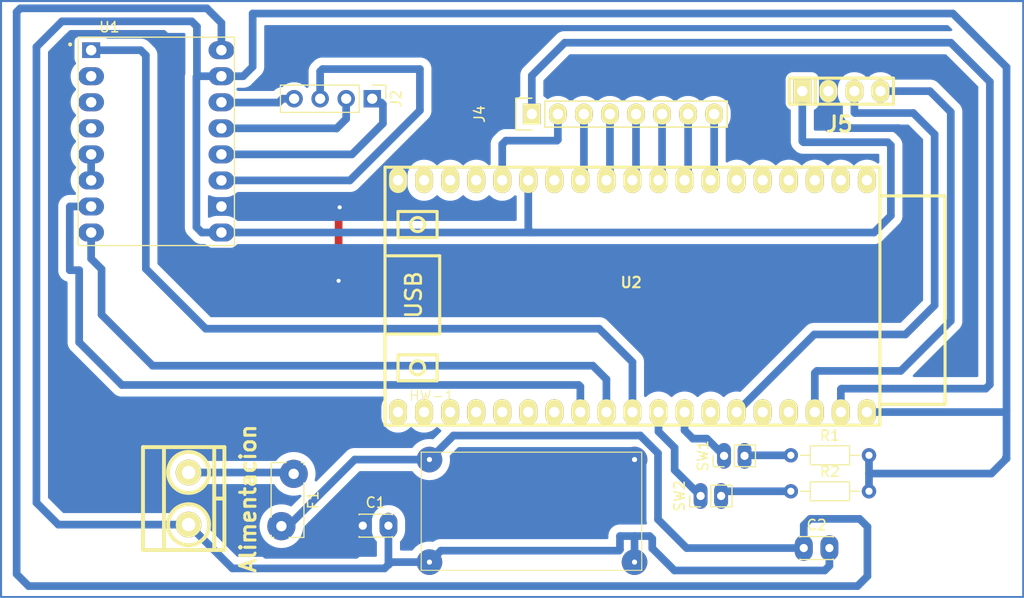
<source format=kicad_pcb>
(kicad_pcb (version 20221018) (generator pcbnew)
  (layers (0 "F.Cu" signal) (31 "B.Cu" signal) (34 "B.Paste" user) (35 "F.Paste" user) (36 "B.SilkS" user "B.Silkscreen") (37 "F.SilkS" user "F.Silkscreen") (38 "B.Mask" user) (39 "F.Mask" user) (44 "Edge.Cuts" user))
  (net 0 "")
  (net 1 "+12V")
  (net 2 "GND")
  (net 3 "+5V")
  (net 4 "Net-(J1-Pin_2)")
  (net 5 "/1F")
  (net 6 "/2F")
  (net 7 "/3F")
  (net 8 "/4F")
  (net 9 "/5F")
  (net 10 "/6F")
  (net 11 "/7F")
  (net 12 "/8F")
  (net 13 "/sda")
  (net 14 "/scl")
  (net 15 "/IO18")
  (net 16 "/IO19")
  (net 17 "/ENABLE")
  (net 18 "Net-(U1-~{RESET})")
  (net 19 "/STEP")
  (net 20 "/DIR")
  (net 21 "/OUT2")
  (net 22 "/OUT1")
  (net 23 "/OUT3")
  (net 24 "/OUT4")
  (net 44 "Net-(R1-Pad1)")
  (net 45 "Net-(R2-Pad1)")
  (net 46 "unconnected-(U2-3V3-Pad1)")
  (footprint "EESTN5:BORNERA2_AZUL" (layer "F.Cu") (at 130.7084 106.172 90)
    (fp_text reference "J1" hide)
    (fp_text value "Alimentacion" (at 0 5.8 90) (layer "F.SilkS") (effects (font (size 1.5 1.5) (thickness 0.3))))
    (fp_line (start -5.0165 -4.445) (end -5.0165 3.4925) (stroke (width 0.381)) (layer "F.SilkS"))
    (fp_line (start -5 -2.4) (end 5 -2.4) (stroke (width 0.381)) (layer "F.SilkS"))
    (fp_line (start -5 2.5) (end 5 2.5) (stroke (width 0.381)) (layer "F.SilkS"))
    (fp_line (start -4.9835 3.4925) (end 5.0165 3.4925) (stroke (width 0.381)) (layer "F.SilkS"))
    (fp_line (start 0 2.54) (end 0 3.4845) (stroke (width 0.381)) (layer "F.SilkS"))
    (fp_line (start 5.0165 -4.445) (end -4.9835 -4.445) (stroke (width 0.381)) (layer "F.SilkS"))
    (fp_line (start 5.0165 3.4925) (end 5.0165 -4.445) (stroke (width 0.381)) (layer "F.SilkS"))
    (fp_circle (center -2.55 0) (end -0.55 0) (stroke (width 0.381)) (fill none) (layer "F.SilkS"))
    (fp_circle (center 2.55 0) (end 0.55 0) (stroke (width 0.381)) (fill none) (layer "F.SilkS"))
    (pad "1" thru_hole circle (at -2.54 0 90) (size 2.5 2.5) (drill 1.3) (layers "*.Cu" "*.Mask" "F.SilkS") (net 2 "GND"))
    (pad "2" thru_hole circle (at 2.54 0 90) (size 2.5 2.5) (drill 1.3) (layers "*.Cu" "*.Mask" "F.SilkS") (net 4 "Net-(J1-Pin_2)"))
  )
  (footprint "EESTN5:pin_strip_4" (layer "F.Cu") (at 194.3608 66.4464)
    (fp_text reference "J5" (at -0.2032 3.2258) (layer "F.SilkS") (effects (font (size 1.5 1.5) (thickness 0.3))))
    (fp_text value "Display" hide)
    (fp_line (start -5.08 -1.27) (end 5.08 -1.27) (stroke (width 0.3048)) (layer "F.SilkS"))
    (fp_line (start -5.08 1.27) (end -5.08 -1.27) (stroke (width 0.3048)) (layer "F.SilkS"))
    (fp_line (start -2.54 -1.27) (end -2.54 1.27) (stroke (width 0.3048)) (layer "F.SilkS"))
    (fp_line (start 5.08 -1.27) (end 5.08 1.27) (stroke (width 0.3048)) (layer "F.SilkS"))
    (fp_line (start 5.08 1.27) (end -5.08 1.27) (stroke (width 0.3048)) (layer "F.SilkS"))
    (pad "1" thru_hole rect (at -3.81 0) (size 1.75 2.2) (drill 1.00076) (layers "*.Cu" "*.Mask" "F.SilkS") (net 2 "GND"))
    (pad "2" thru_hole oval (at -1.27 0) (size 1.75 2.2) (drill 1.00076) (layers "*.Cu" "*.Mask" "F.SilkS") (net 3 "+5V"))
    (pad "3" thru_hole oval (at 1.27 0) (size 1.75 2.2) (drill 1.00076) (layers "*.Cu" "*.Mask" "F.SilkS") (net 13 "/sda"))
    (pad "4" thru_hole oval (at 3.81 0) (size 1.75 2.2) (drill 1.00076) (layers "*.Cu" "*.Mask" "F.SilkS") (net 14 "/scl"))
  )
  (footprint "EESTN5:Pin_Header_Straight_1x08" (layer "F.Cu") (at 164.1756 68.6816 90)
    (fp_text reference "J4" (at 0 -5.1 90) (layer "F.SilkS"))
    (fp_text value "Teclado")
    (fp_line (start -1.55 -1.55) (end 1.55 -1.55) (stroke (width 0.15)) (layer "F.SilkS"))
    (fp_line (start -1.55 0) (end -1.55 -1.55) (stroke (width 0.15)) (layer "F.SilkS"))
    (fp_line (start -1.27 19.05) (end -1.27 1.27) (stroke (width 0.15)) (layer "F.SilkS"))
    (fp_line (start 1.27 1.27) (end -1.27 1.27) (stroke (width 0.15)) (layer "F.SilkS"))
    (fp_line (start 1.27 1.27) (end 1.27 19.05) (stroke (width 0.15)) (layer "F.SilkS"))
    (fp_line (start 1.27 19.05) (end -1.27 19.05) (stroke (width 0.15)) (layer "F.SilkS"))
    (fp_line (start 1.55 -1.55) (end 1.55 0) (stroke (width 0.15)) (layer "F.SilkS"))
    (pad "1" thru_hole rect (at 0 0 90) (size 2.032 1.7272) (drill 1.016) (layers "*.Cu" "*.Mask" "F.SilkS") (net 5 "/1F"))
    (pad "2" thru_hole oval (at 0 2.54 90) (size 2.032 1.7272) (drill 1.016) (layers "*.Cu" "*.Mask" "F.SilkS") (net 6 "/2F"))
    (pad "3" thru_hole oval (at 0 5.08 90) (size 2.032 1.7272) (drill 1.016) (layers "*.Cu" "*.Mask" "F.SilkS") (net 7 "/3F"))
    (pad "4" thru_hole oval (at 0 7.62 90) (size 2.032 1.7272) (drill 1.016) (layers "*.Cu" "*.Mask" "F.SilkS") (net 8 "/4F"))
    (pad "5" thru_hole oval (at 0 10.16 90) (size 2.032 1.7272) (drill 1.016) (layers "*.Cu" "*.Mask" "F.SilkS") (net 9 "/5F"))
    (pad "6" thru_hole oval (at 0 12.7 90) (size 2.032 1.7272) (drill 1.016) (layers "*.Cu" "*.Mask" "F.SilkS") (net 10 "/6F"))
    (pad "7" thru_hole oval (at 0 15.24 90) (size 2.032 1.7272) (drill 1.016) (layers "*.Cu" "*.Mask" "F.SilkS") (net 11 "/7F"))
    (pad "8" thru_hole oval (at 0 17.78 90) (size 2.032 1.7272) (drill 1.016) (layers "*.Cu" "*.Mask" "F.SilkS") (net 12 "/8F"))
  )
  (footprint "Capacitor_THT:C_Disc_D3.0mm_W2.0mm_P2.50mm" (layer "F.Cu") (at 190.6924 110.998)
    (fp_text reference "C2" (at 1.25 -2.25) (layer "F.SilkS"))
    (fp_text value "100uF")
    (fp_line (start -0.37 -1.12) (end -0.37 -1.055) (stroke (width 0.12)) (layer "F.SilkS"))
    (fp_line (start -0.37 -1.12) (end 2.87 -1.12) (stroke (width 0.12)) (layer "F.SilkS"))
    (fp_line (start -0.37 1.055) (end -0.37 1.12) (stroke (width 0.12)) (layer "F.SilkS"))
    (fp_line (start -0.37 1.12) (end 2.87 1.12) (stroke (width 0.12)) (layer "F.SilkS"))
    (fp_line (start 2.87 -1.12) (end 2.87 -1.055) (stroke (width 0.12)) (layer "F.SilkS"))
    (fp_line (start 2.87 1.055) (end 2.87 1.12) (stroke (width 0.12)) (layer "F.SilkS"))
    (pad "1" thru_hole oval (at 0 0 90) (size 2.5 1.75) (drill 0.8) (layers "*.Cu" "*.Mask") (net 1 "+12V"))
    (pad "2" thru_hole oval (at 2.5 0 90) (size 2.5 1.75) (drill 0.8) (layers "*.Cu" "*.Mask") (net 2 "GND"))
  )
  (footprint "A4988_STEPPER_MOTOR_DRIVER_CARRIER:stepdown" (layer "F.Cu") (at 153.3932 96.5696)
    (fp_text reference "HW-1" (at 1.004 -0.412 unlocked) (layer "F.SilkS") (effects (font (thickness 0.1))))
    (fp_text value "~")
    (fp_line (start 0 5.08) (end 0 16.6) (stroke (width 0.1)) (layer "F.SilkS"))
    (fp_line (start 0 5.08) (end 21.5 5.08) (stroke (width 0.1)) (layer "F.SilkS"))
    (fp_line (start 0 16.6) (end 21.5 16.6) (stroke (width 0.1)) (layer "F.SilkS"))
    (fp_line (start 21.5 5.08) (end 21.5 16.6) (stroke (width 0.1)) (layer "F.SilkS"))
    (pad "1" thru_hole oval (at 0.8 5.8 90) (size 2.5 2.5) (drill 0.5) (layers "*.Cu" "*.Mask") (net 1 "+12V"))
    (pad "2" thru_hole circle (at 0.8 15.8) (size 2.5 2.5) (drill 0.5) (layers "*.Cu" "*.Mask") (net 2 "GND"))
    (pad "3" thru_hole circle (at 20.8 5.8) (size 2.5 2.5) (drill 0.5) (layers "*.Cu" "*.Mask") (net 3 "+5V"))
    (pad "4" thru_hole circle (at 20.8 15.8) (size 2.5 2.5) (drill 0.5) (layers "*.Cu" "*.Mask") (net 2 "GND"))
  )
  (footprint "A4988_STEPPER_MOTOR_DRIVER_CARRIER:MODULE_A4988_STEPPER_MOTOR_DRIVER_CARRIER" (layer "F.Cu") (at 127.5588 71.340876)
    (fp_text reference "U1" (at -4.575 -11.135) (layer "F.SilkS"))
    (fp_text value "A4988_STEPPER_MOTOR_DRIVER_CARRIER")
    (fp_line (start -7.62 -10.16) (end 7.62 -10.16) (stroke (width 0.127)) (layer "F.SilkS"))
    (fp_line (start -7.62 10.16) (end -7.62 -10.16) (stroke (width 0.127)) (layer "F.SilkS"))
    (fp_line (start 7.62 -10.16) (end 7.62 10.16) (stroke (width 0.127)) (layer "F.SilkS"))
    (fp_line (start 7.62 10.16) (end -7.62 10.16) (stroke (width 0.127)) (layer "F.SilkS"))
    (fp_circle (center -8.4 -9.45) (end -8.3 -9.45) (stroke (width 0.2)) (fill none) (layer "F.SilkS"))
    (pad "1" thru_hole rect (at -6.35 -8.89) (size 1.75 1.53) (drill 1.02) (layers "*.Cu" "*.Mask") (net 17 "/ENABLE"))
    (pad "2" thru_hole oval (at -6.35 -6.35) (size 2.5 1.75) (drill 1.02) (layers "*.Cu" "*.Mask"))
    (pad "3" thru_hole oval (at -6.35 -3.81) (size 2.5 1.75) (drill 1.02) (layers "*.Cu" "*.Mask"))
    (pad "4" thru_hole oval (at -6.35 -1.27) (size 2.5 1.75) (drill 1.02) (layers "*.Cu" "*.Mask"))
    (pad "5" thru_hole oval (at -6.35 1.27) (size 2.5 1.75) (drill 1.02) (layers "*.Cu" "*.Mask") (net 18 "Net-(U1-~{RESET})"))
    (pad "6" thru_hole oval (at -6.35 3.81) (size 2.5 1.75) (drill 1.02) (layers "*.Cu" "*.Mask") (net 18 "Net-(U1-~{RESET})"))
    (pad "7" thru_hole oval (at -6.35 6.35) (size 2.5 1.75) (drill 1.02) (layers "*.Cu" "*.Mask") (net 19 "/STEP"))
    (pad "8" thru_hole oval (at -6.35 8.89) (size 2.5 1.75) (drill 1.02) (layers "*.Cu" "*.Mask") (net 20 "/DIR"))
    (pad "9" thru_hole oval (at 6.35 8.89) (size 2.5 1.75) (drill 1.02) (layers "*.Cu" "*.Mask") (net 2 "GND"))
    (pad "10" thru_hole oval (at 6.35 6.35) (size 2.5 1.75) (drill 1.02) (layers "*.Cu" "*.Mask") (net 3 "+5V"))
    (pad "11" thru_hole oval (at 6.35 3.81) (size 2.5 1.75) (drill 1.02) (layers "*.Cu" "*.Mask") (net 23 "/OUT3"))
    (pad "12" thru_hole oval (at 6.35 1.27) (size 2.5 1.75) (drill 1.02) (layers "*.Cu" "*.Mask") (net 22 "/OUT1"))
    (pad "13" thru_hole oval (at 6.35 -1.27) (size 2.5 1.75) (drill 1.02) (layers "*.Cu" "*.Mask") (net 21 "/OUT2"))
    (pad "14" thru_hole oval (at 6.35 -3.81) (size 2.5 1.75) (drill 1.02) (layers "*.Cu" "*.Mask") (net 24 "/OUT4"))
    (pad "15" thru_hole oval (at 6.35 -6.35) (size 2.5 1.75) (drill 1.02) (layers "*.Cu" "*.Mask") (net 2 "GND"))
    (pad "16" thru_hole oval (at 6.35 -8.89) (size 2.5 1.75) (drill 1.02) (layers "*.Cu" "*.Mask") (net 1 "+12V"))
  )
  (footprint "EESTN5:ESP32_DEVKITC" (layer "F.Cu") (at 174.244 86.3092 180)
    (fp_text reference "U2" (at 0.381 1.2065) (layer "F.SilkS") (effects (font (size 1.016 1.016) (thickness 0.2032))))
    (fp_text value "ESP32_DEVKITC" hide)
    (fp_text user "USB" (at 21.59 0 90) (layer "F.SilkS") (effects (font (size 1.524 1.524) (thickness 0.254))))
    (fp_line (start -30.226 -10.668) (end -30.226 9.652) (stroke (width 0.3048)) (layer "F.SilkS"))
    (fp_line (start -30.226 -10.668) (end -23.876 -10.668) (stroke (width 0.3048)) (layer "F.SilkS"))
    (fp_line (start -30.226 9.652) (end -23.876 9.652) (stroke (width 0.3048)) (layer "F.SilkS"))
    (fp_line (start -23.876 -12.7) (end -23.876 12.446) (stroke (width 0.3048)) (layer "F.SilkS"))
    (fp_line (start -23.876 -12.7) (end 24.384 -12.7) (stroke (width 0.3048)) (layer "F.SilkS"))
    (fp_line (start 19.05 -3.81) (end 19.05 3.81) (stroke (width 0.3048)) (layer "F.SilkS"))
    (fp_line (start 19.05 3.81) (end 24.13 3.81) (stroke (width 0.3048)) (layer "F.SilkS"))
    (fp_line (start 19.304 -8.382) (end 19.304 -5.842) (stroke (width 0.3048)) (layer "F.SilkS"))
    (fp_line (start 19.304 -5.842) (end 23.114 -5.842) (stroke (width 0.3048)) (layer "F.SilkS"))
    (fp_line (start 19.304 5.588) (end 23.114 5.588) (stroke (width 0.3048)) (layer "F.SilkS"))
    (fp_line (start 19.304 8.128) (end 19.304 5.588) (stroke (width 0.3048)) (layer "F.SilkS"))
    (fp_line (start 23.114 -8.382) (end 19.304 -8.382) (stroke (width 0.3048)) (layer "F.SilkS"))
    (fp_line (start 23.114 -5.842) (end 23.114 -8.382) (stroke (width 0.3048)) (layer "F.SilkS"))
    (fp_line (start 23.114 5.588) (end 23.114 8.128) (stroke (width 0.3048)) (layer "F.SilkS"))
    (fp_line (start 23.114 8.128) (end 19.304 8.128) (stroke (width 0.3048)) (layer "F.SilkS"))
    (fp_line (start 24.13 -3.81) (end 19.05 -3.81) (stroke (width 0.3048)) (layer "F.SilkS"))
    (fp_line (start 24.384 12.446) (end -23.876 12.446) (stroke (width 0.3048)) (layer "F.SilkS"))
    (fp_line (start 24.384 12.446) (end 24.384 -12.7) (stroke (width 0.3048)) (layer "F.SilkS"))
    (fp_circle (center 21.209 -7.112) (end 21.7805 -6.731) (stroke (width 0.3048)) (fill none) (layer "F.SilkS"))
    (fp_circle (center 21.209 6.858) (end 21.7805 7.239) (stroke (width 0.3048)) (fill none) (layer "F.SilkS"))
    (pad "1" thru_hole oval (at -22.606 11.176 270) (size 2.5 1.75) (drill 1) (layers "*.Cu" "*.Mask" "F.SilkS") (net 46 "unconnected-(U2-3V3-Pad1)"))
    (pad "2" thru_hole oval (at -20.066 11.176 270) (size 2.5 1.75) (drill 1) (layers "*.Cu" "*.Mask" "F.SilkS"))
    (pad "3" thru_hole oval (at -17.526 11.176 270) (size 2.5 1.75) (drill 1) (layers "*.Cu" "*.Mask" "F.SilkS"))
    (pad "4" thru_hole oval (at -14.986 11.176 270) (size 2.5 1.75) (drill 1) (layers "*.Cu" "*.Mask" "F.SilkS"))
    (pad "5" thru_hole oval (at -12.446 11.176 270) (size 2.5 1.75) (drill 1) (layers "*.Cu" "*.Mask" "F.SilkS"))
    (pad "6" thru_hole oval (at -9.906 11.176 270) (size 2.5 1.75) (drill 1) (layers "*.Cu" "*.Mask" "F.SilkS"))
    (pad "7" thru_hole oval (at -7.366 11.176 270) (size 2.5 1.75) (drill 1) (layers "*.Cu" "*.Mask" "F.SilkS") (net 12 "/8F"))
    (pad "8" thru_hole oval (at -4.826 11.176 270) (size 2.5 1.75) (drill 1) (layers "*.Cu" "*.Mask" "F.SilkS") (net 11 "/7F"))
    (pad "9" thru_hole oval (at -2.286 11.176 270) (size 2.5 1.75) (drill 1) (layers "*.Cu" "*.Mask" "F.SilkS") (net 10 "/6F"))
    (pad "10" thru_hole oval (at 0.254 11.176 270) (size 2.5 1.75) (drill 1) (layers "*.Cu" "*.Mask" "F.SilkS") (net 9 "/5F"))
    (pad "11" thru_hole oval (at 2.794 11.176 270) (size 2.5 1.75) (drill 1) (layers "*.Cu" "*.Mask" "F.SilkS") (net 8 "/4F"))
    (pad "12" thru_hole oval (at 5.334 11.176 270) (size 2.5 1.75) (drill 1) (layers "*.Cu" "*.Mask" "F.SilkS") (net 7 "/3F"))
    (pad "13" thru_hole oval (at 7.874 11.176 270) (size 2.5 1.75) (drill 1) (layers "*.Cu" "*.Mask" "F.SilkS"))
    (pad "14" thru_hole oval (at 10.414 11.176 270) (size 2.5 1.75) (drill 1) (layers "*.Cu" "*.Mask" "F.SilkS") (net 2 "GND"))
    (pad "15" thru_hole oval (at 12.954 11.176 270) (size 2.5 1.75) (drill 1) (layers "*.Cu" "*.Mask" "F.SilkS") (net 6 "/2F"))
    (pad "16" thru_hole oval (at 15.494 11.176 270) (size 2.5 1.75) (drill 1) (layers "*.Cu" "*.Mask" "F.SilkS"))
    (pad "17" thru_hole oval (at 18.034 11.176 270) (size 2.5 1.75) (drill 1) (layers "*.Cu" "*.Mask" "F.SilkS"))
    (pad "18" thru_hole oval (at 20.574 11.176 270) (size 2.5 1.75) (drill 1) (layers "*.Cu" "*.Mask" "F.SilkS"))
    (pad "19" thru_hole oval (at 23.114 11.176 270) (size 2.5 1.75) (drill 1) (layers "*.Cu" "*.Mask" "F.SilkS") (net 3 "+5V"))
    (pad "20" thru_hole oval (at 23.114 -11.43 270) (size 2.5 1.75) (drill 1) (layers "*.Cu" "*.Mask" "F.SilkS"))
    (pad "21" thru_hole oval (at 20.574 -11.43 270) (size 2.5 1.75) (drill 1) (layers "*.Cu" "*.Mask" "F.SilkS"))
    (pad "22" thru_hole oval (at 18.034 -11.43 270) (size 2.5 1.75) (drill 1) (layers "*.Cu" "*.Mask" "F.SilkS"))
    (pad "23" thru_hole oval (at 15.494 -11.43 270) (size 2.5 1.75) (drill 1) (layers "*.Cu" "*.Mask" "F.SilkS"))
    (pad "24" thru_hole oval (at 12.954 -11.43 270) (size 2.5 1.75) (drill 1) (layers "*.Cu" "*.Mask" "F.SilkS"))
    (pad "25" thru_hole oval (at 10.414 -11.43 270) (size 2.5 1.75) (drill 1) (layers "*.Cu" "*.Mask" "F.SilkS"))
    (pad "26" thru_hole oval (at 7.874 -11.43 270) (size 2.5 1.75) (drill 1) (layers "*.Cu" "*.Mask" "F.SilkS"))
    (pad "27" thru_hole oval (at 5.334 -11.43 270) (size 2.5 1.75) (drill 1) (layers "*.Cu" "*.Mask" "F.SilkS") (net 19 "/STEP"))
    (pad "28" thru_hole oval (at 2.794 -11.43 270) (size 2.5 1.75) (drill 1) (layers "*.Cu" "*.Mask" "F.SilkS") (net 20 "/DIR"))
    (pad "29" thru_hole oval (at 0.254 -11.43 270) (size 2.5 1.75) (drill 1) (layers "*.Cu" "*.Mask" "F.SilkS") (net 17 "/ENABLE"))
    (pad "30" thru_hole oval (at -2.286 -11.43 270) (size 2.5 1.75) (drill 1) (layers "*.Cu" "*.Mask" "F.SilkS") (net 16 "/IO19"))
    (pad "31" thru_hole oval (at -4.826 -11.43 270) (size 2.5 1.75) (drill 1) (layers "*.Cu" "*.Mask" "F.SilkS") (net 15 "/IO18"))
    (pad "32" thru_hole oval (at -7.366 -11.43 270) (size 2.5 1.75) (drill 1) (layers "*.Cu" "*.Mask" "F.SilkS"))
    (pad "33" thru_hole oval (at -9.906 -11.43 270) (size 2.5 1.75) (drill 1) (layers "*.Cu" "*.Mask" "F.SilkS") (net 13 "/sda"))
    (pad "34" thru_hole oval (at -12.446 -11.43 270) (size 2.5 1.75) (drill 1) (layers "*.Cu" "*.Mask" "F.SilkS"))
    (pad "35" thru_hole oval (at -14.986 -11.43 270) (size 2.5 1.75) (drill 1) (layers "*.Cu" "*.Mask" "F.SilkS"))
    (pad "36" thru_hole oval (at -17.526 -11.43 270) (size 2.5 1.75) (drill 1) (layers "*.Cu" "*.Mask" "F.SilkS") (net 14 "/scl"))
    (pad "37" thru_hole oval (at -20.066 -11.43 270) (size 2.5 1.75) (drill 1) (layers "*.Cu" "*.Mask" "F.SilkS") (net 5 "/1F"))
    (pad "38" thru_hole oval (at -22.606 -11.43 270) (size 2.5 1.75) (drill 1) (layers "*.Cu" "*.Mask" "F.SilkS") (net 2 "GND"))
  )
  (footprint "Resistor_THT:R_Axial_DIN0204_L3.6mm_D1.6mm_P7.62mm_Horizontal" (layer "F.Cu") (at 189.4332 101.9556)
    (fp_text reference "R1" (at 3.81 -1.92) (layer "F.SilkS"))
    (fp_text value "10K")
    (fp_line (start 0.94 0) (end 1.89 0) (stroke (width 0.12)) (layer "F.SilkS"))
    (fp_line (start 1.89 -0.92) (end 1.89 0.92) (stroke (width 0.12)) (layer "F.SilkS"))
    (fp_line (start 1.89 0.92) (end 5.73 0.92) (stroke (width 0.12)) (layer "F.SilkS"))
    (fp_line (start 5.73 -0.92) (end 1.89 -0.92) (stroke (width 0.12)) (layer "F.SilkS"))
    (fp_line (start 5.73 0.92) (end 5.73 -0.92) (stroke (width 0.12)) (layer "F.SilkS"))
    (fp_line (start 6.68 0) (end 5.73 0) (stroke (width 0.12)) (layer "F.SilkS"))
    (pad "1" thru_hole circle (at 0 0) (size 1.4 1.4) (drill 0.7) (layers "*.Cu" "*.Mask") (net 44 "Net-(R1-Pad1)"))
    (pad "2" thru_hole oval (at 7.62 0) (size 1.4 1.4) (drill 0.7) (layers "*.Cu" "*.Mask") (net 2 "GND"))
  )
  (footprint "Connector_PinHeader_2.00mm:PinHeader_1x02_P2.00mm_Vertical" (layer "F.Cu") (at 180.6354 105.918 90)
    (fp_text reference "SW2" (at 0 -2.06 90) (layer "F.SilkS"))
    (fp_text value "Limit Switch 1")
    (fp_line (start -1.06 -1.06) (end 0 -1.06) (stroke (width 0.12)) (layer "F.SilkS"))
    (fp_line (start -1.06 0) (end -1.06 -1.06) (stroke (width 0.12)) (layer "F.SilkS"))
    (fp_line (start -1.06 1) (end -1.06 3.06) (stroke (width 0.12)) (layer "F.SilkS"))
    (fp_line (start -1.06 1) (end 1.06 1) (stroke (width 0.12)) (layer "F.SilkS"))
    (fp_line (start -1.06 3.06) (end 1.06 3.06) (stroke (width 0.12)) (layer "F.SilkS"))
    (fp_line (start 1.06 1) (end 1.06 3.06) (stroke (width 0.12)) (layer "F.SilkS"))
    (pad "1" thru_hole oval (at 0 0 90) (size 2.5 1.35) (drill 0.8) (layers "*.Cu" "*.Mask") (net 16 "/IO19"))
    (pad "2" thru_hole oval (at 0 2 90) (size 2.5 1.35) (drill 0.8) (layers "*.Cu" "*.Mask") (net 45 "Net-(R2-Pad1)"))
  )
  (footprint "Resistor_THT:R_Axial_DIN0204_L3.6mm_D1.6mm_P7.62mm_Horizontal" (layer "F.Cu") (at 189.4332 105.4608)
    (fp_text reference "R2" (at 3.81 -1.92) (layer "F.SilkS"))
    (fp_text value "10K")
    (fp_line (start 0.94 0) (end 1.89 0) (stroke (width 0.12)) (layer "F.SilkS"))
    (fp_line (start 1.89 -0.92) (end 1.89 0.92) (stroke (width 0.12)) (layer "F.SilkS"))
    (fp_line (start 1.89 0.92) (end 5.73 0.92) (stroke (width 0.12)) (layer "F.SilkS"))
    (fp_line (start 5.73 -0.92) (end 1.89 -0.92) (stroke (width 0.12)) (layer "F.SilkS"))
    (fp_line (start 5.73 0.92) (end 5.73 -0.92) (stroke (width 0.12)) (layer "F.SilkS"))
    (fp_line (start 6.68 0) (end 5.73 0) (stroke (width 0.12)) (layer "F.SilkS"))
    (pad "1" thru_hole circle (at 0 0) (size 1.4 1.4) (drill 0.7) (layers "*.Cu" "*.Mask") (net 45 "Net-(R2-Pad1)"))
    (pad "2" thru_hole oval (at 7.62 0) (size 1.4 1.4) (drill 0.7) (layers "*.Cu" "*.Mask") (net 2 "GND"))
  )
  (footprint "Connector_PinHeader_2.00mm:PinHeader_1x02_P2.00mm_Vertical" (layer "F.Cu") (at 182.9214 102.0064 90)
    (fp_text reference "SW1" (at 0 -2.06 90) (layer "F.SilkS"))
    (fp_text value "Limit Switch 2")
    (fp_line (start -1.06 -1.06) (end 0 -1.06) (stroke (width 0.12)) (layer "F.SilkS"))
    (fp_line (start -1.06 0) (end -1.06 -1.06) (stroke (width 0.12)) (layer "F.SilkS"))
    (fp_line (start -1.06 1) (end -1.06 3.06) (stroke (width 0.12)) (layer "F.SilkS"))
    (fp_line (start -1.06 1) (end 1.06 1) (stroke (width 0.12)) (layer "F.SilkS"))
    (fp_line (start -1.06 3.06) (end 1.06 3.06) (stroke (width 0.12)) (layer "F.SilkS"))
    (fp_line (start 1.06 1) (end 1.06 3.06) (stroke (width 0.12)) (layer "F.SilkS"))
    (pad "1" thru_hole oval (at 0 0 90) (size 2.5 1.35) (drill 0.8) (layers "*.Cu" "*.Mask") (net 15 "/IO18"))
    (pad "2" thru_hole oval (at 0 2 90) (size 2.5 1.35) (drill 0.8) (layers "*.Cu" "*.Mask") (net 44 "Net-(R1-Pad1)"))
  )
  (footprint "Fuse:Fuse_Bourns_MF-RG300" (layer "F.Cu") (at 140.95815 103.762 -90)
    (fp_text reference "F1" (at 2.55 -1.9 90) (layer "F.SilkS"))
    (fp_text value "Fuse")
    (fp_line (start -1.1 -1) (end -1.1 -0.75) (stroke (width 0.12)) (layer "F.SilkS"))
    (fp_line (start -1.1 -1) (end -0.879 -1) (stroke (width 0.12)) (layer "F.SilkS"))
    (fp_line (start -1.1 0.75) (end -1.1 2.2) (stroke (width 0.12)) (layer "F.SilkS"))
    (fp_line (start -1.1 2.2) (end 4.222 2.2) (stroke (width 0.12)) (layer "F.SilkS"))
    (fp_line (start 0.879 -1) (end 6.2 -1) (stroke (width 0.12)) (layer "F.SilkS"))
    (fp_line (start 5.979 2.2) (end 6.2 2.2) (stroke (width 0.12)) (layer "F.SilkS"))
    (fp_line (start 6.2 -1) (end 6.2 0.451) (stroke (width 0.12)) (layer "F.SilkS"))
    (fp_line (start 6.2 1.95) (end 6.2 2.2) (stroke (width 0.12)) (layer "F.SilkS"))
    (pad "1" thru_hole circle (at 0 0 270) (size 2.75 2.75) (drill 1.01) (layers "*.Cu" "*.Mask") (net 4 "Net-(J1-Pin_2)"))
    (pad "2" thru_hole circle (at 5.1 1.2 270) (size 2.75 2.75) (drill 1.01) (layers "*.Cu" "*.Mask") (net 1 "+12V"))
  )
  (footprint "Connector_PinHeader_2.54mm:PinHeader_1x04_P2.54mm_Vertical" (layer "F.Cu") (at 148.6154 67.183 -90)
    (fp_text reference "J2" (at 0 -2.33 90) (layer "F.SilkS"))
    (fp_text value "Conn_01x04_Pin")
    (fp_line (start -1.33 -1.33) (end 0 -1.33) (stroke (width 0.12)) (layer "F.SilkS"))
    (fp_line (start -1.33 0) (end -1.33 -1.33) (stroke (width 0.12)) (layer "F.SilkS"))
    (fp_line (start -1.33 1.27) (end -1.33 8.95) (stroke (width 0.12)) (layer "F.SilkS"))
    (fp_line (start -1.33 1.27) (end 1.33 1.27) (stroke (width 0.12)) (layer "F.SilkS"))
    (fp_line (start -1.33 8.95) (end 1.33 8.95) (stroke (width 0.12)) (layer "F.SilkS"))
    (fp_line (start 1.33 1.27) (end 1.33 8.95) (stroke (width 0.12)) (layer "F.SilkS"))
    (pad "1" thru_hole rect (at 0 0 270) (size 1.7 1.7) (drill 1) (layers "*.Cu" "*.Mask") (net 22 "/OUT1"))
    (pad "2" thru_hole oval (at 0 2.54 270) (size 1.7 1.7) (drill 1) (layers "*.Cu" "*.Mask") (net 21 "/OUT2"))
    (pad "3" thru_hole oval (at 0 5.08 270) (size 1.7 1.7) (drill 1) (layers "*.Cu" "*.Mask") (net 23 "/OUT3"))
    (pad "4" thru_hole oval (at 0 7.62 270) (size 1.7 1.7) (drill 1) (layers "*.Cu" "*.Mask") (net 24 "/OUT4"))
  )
  (footprint "Capacitor_THT:C_Disc_D3.0mm_W2.0mm_P2.50mm" (layer "F.Cu") (at 147.6956 108.8136)
    (fp_text reference "C1" (at 1.25 -2.25) (layer "F.SilkS"))
    (fp_text value "100uF")
    (fp_line (start -0.37 -1.12) (end -0.37 -1.055) (stroke (width 0.12)) (layer "F.SilkS"))
    (fp_line (start -0.37 -1.12) (end 2.87 -1.12) (stroke (width 0.12)) (layer "F.SilkS"))
    (fp_line (start -0.37 1.055) (end -0.37 1.12) (stroke (width 0.12)) (layer "F.SilkS"))
    (fp_line (start -0.37 1.12) (end 2.87 1.12) (stroke (width 0.12)) (layer "F.SilkS"))
    (fp_line (start 2.87 -1.12) (end 2.87 -1.055) (stroke (width 0.12)) (layer "F.SilkS"))
    (fp_line (start 2.87 1.055) (end 2.87 1.12) (stroke (width 0.12)) (layer "F.SilkS"))
    (pad "1" thru_hole oval (at 0 0 90) (size 2.5 1.75) (drill 0.8) (layers "*.Cu" "*.Mask") (net 3 "+5V"))
    (pad "2" thru_hole oval (at 2.5 0 90) (size 2.5 1.75) (drill 0.8) (layers "*.Cu" "*.Mask") (net 2 "GND"))
  )
  (gr_rect (start 112.4204 57.658) (end 212.09 115.7732) (stroke (width 0.2)) (fill none) (layer "B.Cu"))
  (segment (start 176.4792 108.204) (end 176.4792 101.7524) (width 0.75) (layer "B.Cu") (net 1))
  (segment (start 140.4136 108.862) (end 139.75815 108.862) (width 0.75) (layer "B.Cu") (net 1))
  (segment (start 196.1388 108.1532) (end 196.9008 108.9152) (width 0.75) (layer "B.Cu") (net 1))
  (segment (start 113.9444 113.538) (end 113.9444 58.7248) (width 0.75) (layer "B.Cu") (net 1))
  (segment (start 115.1128 114.7064) (end 113.9444 113.538) (width 0.75) (layer "B.Cu") (net 1))
  (segment (start 190.6924 108.7736) (end 191.3128 108.1532) (width 0.75) (layer "B.Cu") (net 1))
  (segment (start 154.1932 102.3696) (end 146.906 102.3696) (width 0.75) (layer "B.Cu") (net 1))
  (segment (start 132.4864 58.3692) (end 133.9088 59.7916) (width 0.75) (layer "B.Cu") (net 1))
  (segment (start 156.5376 100.0252) (end 154.1932 102.3696) (width 0.75) (layer "B.Cu") (net 1))
  (segment (start 146.906 102.3696) (end 140.4136 108.862) (width 0.75) (layer "B.Cu") (net 1))
  (segment (start 196.9008 113.7412) (end 195.9356 114.7064) (width 0.75) (layer "B.Cu") (net 1))
  (segment (start 114.3 58.3692) (end 132.4864 58.3692) (width 0.75) (layer "B.Cu") (net 1))
  (segment (start 196.9008 108.9152) (end 196.9008 113.7412) (width 0.75) (layer "B.Cu") (net 1))
  (segment (start 133.9088 59.7916) (end 133.9088 62.450876) (width 0.75) (layer "B.Cu") (net 1))
  (segment (start 195.9356 114.7064) (end 115.1128 114.7064) (width 0.75) (layer "B.Cu") (net 1))
  (segment (start 179.2732 110.998) (end 176.4792 108.204) (width 0.75) (layer "B.Cu") (net 1))
  (segment (start 174.752 100.0252) (end 156.5376 100.0252) (width 0.75) (layer "B.Cu") (net 1))
  (segment (start 191.3128 108.1532) (end 196.1388 108.1532) (width 0.75) (layer "B.Cu") (net 1))
  (segment (start 190.6924 110.998) (end 190.6924 108.7736) (width 0.75) (layer "B.Cu") (net 1))
  (segment (start 190.6924 110.998) (end 179.2732 110.998) (width 0.75) (layer "B.Cu") (net 1))
  (segment (start 113.9444 58.7248) (end 114.3 58.3692) (width 0.75) (layer "B.Cu") (net 1))
  (segment (start 176.4792 101.7524) (end 174.752 100.0252) (width 0.75) (layer "B.Cu") (net 1))
  (segment (start 118.364 59.6392) (end 131.0132 59.6392) (width 0.75) (layer "B.Cu") (net 2))
  (segment (start 149.82 112.9792) (end 134.9756 112.9792) (width 0.75) (layer "B.Cu") (net 2))
  (segment (start 175.9204 111.020703) (end 175.9204 110.0836) (width 0.75) (layer "B.Cu") (net 2))
  (segment (start 197.0532 103.7336) (end 197.0532 105.4608) (width 0.75) (layer "B.Cu") (net 2))
  (segment (start 164.0332 80.230876) (end 197.543524 80.230876) (width 0.75) (layer "B.Cu") (net 2))
  (segment (start 172.7708 111.1504) (end 172.6692 111.252) (width 0.75) (layer "B.Cu") (net 2))
  (segment (start 197.0532 103.7336) (end 208.9912 103.7336) (width 0.75) (layer "B.Cu") (net 2))
  (segment (start 131.554324 64.990876) (end 133.9088 64.990876) (width 0.75) (layer "B.Cu") (net 2))
  (segment (start 131.5212 60.1472) (end 131.5212 64.957752) (width 0.75) (layer "B.Cu") (net 2))
  (segment (start 154.1932 112.3696) (end 150.4696 112.3696) (width 0.75) (layer "B.Cu") (net 2))
  (segment (start 196.85 97.7392) (end 210.312 97.7392) (width 0.75) (layer "B.Cu") (net 2))
  (segment (start 163.83 79.926076) (end 164.084 80.180076) (width 0.75) (layer "B.Cu") (net 2))
  (segment (start 210.312 97.7392) (end 210.4644 97.5868) (width 0.75) (layer "B.Cu") (net 2))
  (segment (start 199.1868 78.5876) (end 199.1868 71.7296) (width 0.75) (layer "B.Cu") (net 2))
  (segment (start 190.6524 71.4248) (end 190.5508 71.3232) (width 0.75) (layer "B.Cu") (net 2))
  (segment (start 131.0132 59.6392) (end 131.5212 60.1472) (width 0.75) (layer "B.Cu") (net 2))
  (segment (start 197.0532 101.9556) (end 197.0532 103.7336) (width 0.75) (layer "B.Cu") (net 2))
  (segment (start 154.1932 112.3696) (end 155.3108 111.252) (width 0.75) (layer "B.Cu") (net 2))
  (segment (start 193.1924 110.998) (end 193.1924 112.7252) (width 0.75) (layer "B.Cu") (net 2))
  (segment (start 172.7708 109.8296) (end 172.7708 111.1504) (width 0.75) (layer "B.Cu") (net 2))
  (segment (start 130.7084 108.712) (end 118.0084 108.712) (width 0.75) (layer "B.Cu") (net 2))
  (segment (start 150.1956 112.6036) (end 149.82 112.9792) (width 0.75) (layer "B.Cu") (net 2))
  (segment (start 193.1924 112.7252) (end 192.7352 113.1824) (width 0.75) (layer "B.Cu") (net 2))
  (segment (start 164.084 80.180076) (end 164.0332 80.230876) (width 0.75) (layer "B.Cu") (net 2))
  (segment (start 175.9204 110.0836) (end 175.6664 109.8296) (width 0.75) (layer "B.Cu") (net 2))
  (segment (start 197.543524 80.230876) (end 199.1868 78.5876) (width 0.75) (layer "B.Cu") (net 2))
  (segment (start 205.232 58.8772) (end 136.9568 58.8772) (width 0.75) (layer "B.Cu") (net 2))
  (segment (start 136.9568 64.0588) (end 136.024724 64.990876) (width 0.75) (layer "B.Cu") (net 2))
  (segment (start 136.024724 64.990876) (end 133.9088 64.990876) (width 0.75) (layer "B.Cu") (net 2))
  (segment (start 199.1868 71.7296) (end 198.882 71.4248) (width 0.75) (layer "B.Cu") (net 2))
  (segment (start 115.8748 62.1284) (end 118.364 59.6392) (width 0.75) (layer "B.Cu") (net 2))
  (segment (start 115.8748 106.5784) (end 115.8748 62.1284) (width 0.75) (layer "B.Cu") (net 2))
  (segment (start 150.4696 112.3696) (end 150.2156 112.6236) (width 0.75) (layer "B.Cu") (net 2))
  (segment (start 198.882 71.4248) (end 190.6524 71.4248) (width 0.75) (layer "B.Cu") (net 2))
  (segment (start 133.9088 80.230876) (end 164.0332 80.230876) (width 0.75) (layer "B.Cu") (net 2))
  (segment (start 163.83 75.1332) (end 163.83 79.926076) (width 0.75) (layer "B.Cu") (net 2))
  (segment (start 210.4644 102.2604) (end 210.4644 64.1096) (width 0.75) (layer "B.Cu") (net 2))
  (segment (start 208.9912 103.7336) (end 210.4644 102.2604) (width 0.75) (layer "B.Cu") (net 2))
  (segment (start 118.0084 108.712) (end 115.8748 106.5784) (width 0.75) (layer "B.Cu") (net 2))
  (segment (start 131.996076 80.230876) (end 131.4704 79.7052) (width 0.75) (layer "B.Cu") (net 2))
  (segment (start 192.7352 113.1824) (end 178.082097 113.1824) (width 0.75) (layer "B.Cu") (net 2))
  (segment (start 174.1932 109.8296) (end 172.7708 109.8296) (width 0.75) (layer "B.Cu") (net 2))
  (segment (start 210.4644 102.2604) (end 210.3882 102.1842) (width 0.75) (layer "B.Cu") (net 2))
  (segment (start 131.5212 64.957752) (end 131.554324 64.990876) (width 0.75) (layer "B.Cu") (net 2))
  (segment (start 133.9088 80.230876) (end 131.996076 80.230876) (width 0.75) (layer "B.Cu") (net 2))
  (segment (start 136.9568 58.8772) (end 136.9568 64.0588) (width 0.75) (layer "B.Cu") (net 2))
  (segment (start 131.4704 65.0748) (end 131.554324 64.990876) (width 0.75) (layer "B.Cu") (net 2))
  (segment (start 210.4644 64.1096) (end 205.232 58.8772) (width 0.75) (layer "B.Cu") (net 2))
  (segment (start 150.2156 112.6236) (end 150.1956 112.6036) (width 0.75) (layer "B.Cu") (net 2))
  (segment (start 155.3108 111.252) (end 172.6692 111.252) (width 0.75) (layer "B.Cu") (net 2))
  (segment (start 131.4704 79.7052) (end 131.4704 65.0748) (width 0.75) (layer "B.Cu") (net 2))
  (segment (start 150.1956 108.8136) (end 150.1956 112.6036) (width 0.75) (layer "B.Cu") (net 2))
  (segment (start 134.9756 112.9792) (end 130.7084 108.712) (width 0.75) (layer "B.Cu") (net 2))
  (segment (start 175.6664 109.8296) (end 174.1932 109.8296) (width 0.75) (layer "B.Cu") (net 2))
  (segment (start 190.5508 71.3232) (end 190.5508 66.4464) (width 0.75) (layer "B.Cu") (net 2))
  (segment (start 178.082097 113.1824) (end 175.9204 111.020703) (width 0.75) (layer "B.Cu") (net 2))
  (segment (start 174.1932 112.3696) (end 174.1932 109.8296) (width 0.75) (layer "B.Cu") (net 2))
  (segment (start 145.4404 77.7748) (end 145.3388 77.8764) (width 0.75) (layer "F.Cu") (net 3))
  (segment (start 145.3388 77.8764) (end 145.3388 84.9376) (width 0.75) (layer "F.Cu") (net 3))
  (segment (start 134.195924 77.978) (end 133.9088 77.690876) (width 0.75) (layer "F.Cu") (net 3))
  (via (at 145.3388 84.9376) (size 2.5) (drill 0.4) (layers "F.Cu" "B.Cu") (net 3))
  (via (at 145.4404 77.7748) (size 2.5) (drill 0.4) (layers "F.Cu" "B.Cu") (net 3))
  (segment (start 170.2892 106.2736) (end 147.6248 106.2736) (width 0.75) (layer "B.Cu") (net 3))
  (segment (start 138.2776 111.6584) (end 147.0152 111.6584) (width 0.75) (layer "B.Cu") (net 3))
  (segment (start 174.1932 102.3696) (end 170.2892 106.2736) (width 0.75) (layer "B.Cu") (net 3))
  (segment (start 123.0884 106.3752) (end 135.7884 106.3752) (width 0.75) (layer "B.Cu") (net 3))
  (segment (start 155.702 84.836) (end 156.1592 84.3788) (width 0.75) (layer "B.Cu") (net 3))
  (segment (start 151.2316 75.2348) (end 151.13 75.1332) (width 0.75) (layer "B.Cu") (net 3))
  (segment (start 135.7884 109.1692) (end 138.2776 111.6584) (width 0.75) (layer "B.Cu") (net 3))
  (segment (start 135.7884 106.3752) (end 135.7884 109.1692) (width 0.75) (layer "B.Cu") (net 3))
  (segment (start 147.0152 111.6584) (end 147.828 110.8456) (width 0.75) (layer "B.Cu") (net 3))
  (segment (start 147.6472 108.862) (end 147.6956 108.8136) (width 0.75) (layer "B.Cu") (net 3))
  (segment (start 147.6956 106.3444) (end 147.6956 108.8136) (width 0.75) (layer "B.Cu") (net 3))
  (segment (start 145.4404 84.836) (end 155.702 84.836) (width 0.75) (layer "B.Cu") (net 3))
  (segment (start 128.8288 61.434877) (end 128.252323 60.8584) (width 0.75) (layer "B.Cu") (net 3))
  (segment (start 147.828 110.8456) (end 147.828 108.946) (width 0.75) (layer "B.Cu") (net 3))
  (segment (start 117.5512 100.838) (end 123.0884 106.3752) (width 0.75) (layer "B.Cu") (net 3))
  (segment (start 117.5512 62.5856) (end 117.5512 100.838) (width 0.75) (layer "B.Cu") (net 3))
  (segment (start 199.9488 70.0532) (end 201.3712 71.4756) (width 0.75) (layer "B.Cu") (net 3))
  (segment (start 147.6248 106.2736) (end 147.6956 106.3444) (width 0.75) (layer "B.Cu") (net 3))
  (segment (start 201.3712 71.4756) (end 201.3712 80.7212) (width 0.75) (layer "B.Cu") (net 3))
  (segment (start 128.8288 77.6732) (end 128.8288 61.434877) (width 0.75) (layer "B.Cu") (net 3))
  (segment (start 193.0908 66.4464) (end 193.0908 70.0532) (width 0.75) (layer "B.Cu") (net 3))
  (segment (start 129.1336 82.0928) (end 128.8288 81.788) (width 0.75) (layer "B.Cu") (net 3))
  (segment (start 156.1592 82.0928) (end 150.114 82.0928) (width 0.75) (layer "B.Cu") (net 3))
  (segment (start 201.3712 80.7212) (end 199.9996 82.0928) (width 0.75) (layer "B.Cu") (net 3))
  (segment (start 156.1592 84.3788) (end 156.1592 82.0928) (width 0.75) (layer "B.Cu") (net 3))
  (segment (start 133.9088 77.690876) (end 145.356476 77.690876) (width 0.75) (layer "B.Cu") (net 3))
  (segment (start 128.252323 60.8584) (end 119.2784 60.8584) (width 0.75) (layer "B.Cu") (net 3))
  (segment (start 119.2784 60.8584) (end 117.5512 62.5856) (width 0.75) (layer "B.Cu") (net 3))
  (segment (start 147.828 108.946) (end 147.6956 108.8136) (width 0.75) (layer "B.Cu") (net 3))
  (segment (start 148.4884 77.7748) (end 145.4404 77.7748) (width 0.75) (layer "B.Cu") (net 3))
  (segment (start 128.846476 77.690876) (end 128.8288 77.6732) (width 0.75) (layer "B.Cu") (net 3))
  (segment (start 145.3388 84.9376) (end 145.4404 84.836) (width 0.75) (layer "B.Cu") (net 3))
  (segment (start 128.8288 81.788) (end 128.8288 77.6732) (width 0.75) (layer "B.Cu") (net 3))
  (segment (start 150.114 82.0928) (end 141.5288 82.0928) (width 0.75) (layer "B.Cu") (net 3))
  (segment (start 141.5288 82.0928) (end 129.1336 82.0928) (width 0.75) (layer "B.Cu") (net 3))
  (segment (start 145.356476 77.690876) (end 145.4404 77.7748) (width 0.75) (layer "B.Cu") (net 3))
  (segment (start 151.13 75.1332) (end 148.4884 77.7748) (width 0.75) (layer "B.Cu") (net 3))
  (segment (start 199.9996 82.0928) (end 156.1592 82.0928) (width 0.75) (layer "B.Cu") (net 3))
  (segment (start 193.0908 70.0532) (end 199.9488 70.0532) (width 0.75) (layer "B.Cu") (net 3))
  (segment (start 130.7084 103.632) (end 140.82815 103.632) (width 0.75) (layer "B.Cu") (net 4))
  (segment (start 140.82815 103.632) (end 140.95815 103.762) (width 0.75) (layer "B.Cu") (net 4))
  (segment (start 208.8388 65.532) (end 208.8388 95.0468) (width 0.75) (layer "B.Cu") (net 5))
  (segment (start 208.8388 95.0468) (end 208.4324 95.4532) (width 0.75) (layer "B.Cu") (net 5))
  (segment (start 164.1756 68.6816) (end 164.1756 64.9324) (width 0.75) (layer "B.Cu") (net 5))
  (segment (start 164.1756 64.9324) (end 167.386 61.722) (width 0.75) (layer "B.Cu") (net 5))
  (segment (start 208.4324 95.4532) (end 194.3608 95.4532) (width 0.75) (layer "B.Cu") (net 5))
  (segment (start 205.0288 61.722) (end 208.8388 65.532) (width 0.75) (layer "B.Cu") (net 5))
  (segment (start 194.3608 95.4532) (end 194.31 95.504) (width 0.75) (layer "B.Cu") (net 5))
  (segment (start 167.386 61.722) (end 205.0288 61.722) (width 0.75) (layer "B.Cu") (net 5))
  (segment (start 194.31 95.504) (end 194.31 97.7392) (width 0.75) (layer "B.Cu") (net 5))
  (segment (start 161.29 71.628) (end 161.29 75.1332) (width 0.75) (layer "B.Cu") (net 6))
  (segment (start 161.6456 71.2724) (end 161.29 71.628) (width 0.75) (layer "B.Cu") (net 6))
  (segment (start 166.624 71.2724) (end 161.6456 71.2724) (width 0.75) (layer "B.Cu") (net 6))
  (segment (start 166.7156 71.1808) (end 166.624 71.2724) (width 0.75) (layer "B.Cu") (net 6))
  (segment (start 166.7156 68.6816) (end 166.7156 71.1808) (width 0.75) (layer "B.Cu") (net 6))
  (segment (start 169.2556 68.6816) (end 169.2556 74.7876) (width 0.75) (layer "B.Cu") (net 7))
  (segment (start 169.2556 74.7876) (end 168.91 75.1332) (width 0.75) (layer "B.Cu") (net 7))
  (segment (start 171.7956 68.6816) (end 171.7956 74.7876) (width 0.75) (layer "B.Cu") (net 8))
  (segment (start 171.7956 74.7876) (end 171.45 75.1332) (width 0.75) (layer "B.Cu") (net 8))
  (segment (start 174.3356 68.6816) (end 174.3356 74.7876) (width 0.75) (layer "B.Cu") (net 9))
  (segment (start 174.3356 74.7876) (end 173.99 75.1332) (width 0.75) (layer "B.Cu") (net 9))
  (segment (start 176.8756 68.6816) (end 176.8756 74.7876) (width 0.75) (layer "B.Cu") (net 10))
  (segment (start 176.8756 74.7876) (end 176.53 75.1332) (width 0.75) (layer "B.Cu") (net 10))
  (segment (start 179.4156 74.7876) (end 179.07 75.1332) (width 0.75) (layer "B.Cu") (net 11))
  (segment (start 179.4156 68.6816) (end 179.4156 74.7876) (width 0.75) (layer "B.Cu") (net 11))
  (segment (start 181.9556 68.6816) (end 181.9556 74.7876) (width 0.75) (layer "B.Cu") (net 12))
  (segment (start 181.9556 74.7876) (end 181.61 75.1332) (width 0.75) (layer "B.Cu") (net 12))
  (segment (start 203.454 70.6628) (end 203.454 87.3252) (width 0.75) (layer "B.Cu") (net 13))
  (segment (start 191.7192 90.17) (end 184.15 97.7392) (width 0.75) (layer "B.Cu") (net 13))
  (segment (start 201.3712 68.58) (end 203.454 70.6628) (width 0.75) (layer "B.Cu") (net 13))
  (segment (start 200.6092 90.17) (end 191.7192 90.17) (width 0.75) (layer "B.Cu") (net 13))
  (segment (start 195.6816 68.58) (end 201.3712 68.58) (width 0.75) (layer "B.Cu") (net 13))
  (segment (start 195.6308 66.4464) (end 195.6308 68.5292) (width 0.75) (layer "B.Cu") (net 13))
  (segment (start 195.6308 68.5292) (end 195.6816 68.58) (width 0.75) (layer "B.Cu") (net 13))
  (segment (start 203.454 87.3252) (end 200.6092 90.17) (width 0.75) (layer "B.Cu") (net 13))
  (segment (start 198.1708 66.4464) (end 202.9968 66.4464) (width 0.75) (layer "B.Cu") (net 14))
  (segment (start 205.0288 68.4784) (end 205.0288 88.8492) (width 0.75) (layer "B.Cu") (net 14))
  (segment (start 191.77 93.9292) (end 191.77 97.7392) (width 0.75) (layer "B.Cu") (net 14))
  (segment (start 205.0288 88.8492) (end 200.152 93.726) (width 0.75) (layer "B.Cu") (net 14))
  (segment (start 191.9732 93.726) (end 191.77 93.9292) (width 0.75) (layer "B.Cu") (net 14))
  (segment (start 202.9968 66.4464) (end 205.0288 68.4784) (width 0.75) (layer "B.Cu") (net 14))
  (segment (start 200.152 93.726) (end 191.9732 93.726) (width 0.75) (layer "B.Cu") (net 14))
  (segment (start 181.245 100.33) (end 179.8828 100.33) (width 0.75) (layer "B.Cu") (net 15))
  (segment (start 182.9214 102.0064) (end 181.245 100.33) (width 0.75) (layer "B.Cu") (net 15))
  (segment (start 179.8828 100.33) (end 179.07 99.5172) (width 0.75) (layer "B.Cu") (net 15))
  (segment (start 179.07 99.5172) (end 179.07 97.7392) (width 0.75) (layer "B.Cu") (net 15))
  (segment (start 178.1048 101.219) (end 176.53 99.6442) (width 0.75) (layer "B.Cu") (net 16))
  (segment (start 180.6354 105.918) (end 178.1048 103.3874) (width 0.75) (layer "B.Cu") (net 16))
  (segment (start 176.53 99.6442) (end 176.53 97.7392) (width 0.75) (layer "B.Cu") (net 16))
  (segment (start 178.1048 103.3874) (end 178.1048 101.219) (width 0.75) (layer "B.Cu") (net 16))
  (segment (start 121.2088 62.450876) (end 126.0348 62.450876) (width 0.75) (layer "B.Cu") (net 17))
  (segment (start 132.3848 89.6112) (end 170.7388 89.6112) (width 0.75) (layer "B.Cu") (net 17))
  (segment (start 126.0348 62.450876) (end 126.5428 62.958876) (width 0.75) (layer "B.Cu") (net 17))
  (segment (start 170.7388 89.6112) (end 173.99 92.8624) (width 0.75) (layer "B.Cu") (net 17))
  (segment (start 126.5428 62.958876) (end 126.5428 83.7692) (width 0.75) (layer "B.Cu") (net 17))
  (segment (start 173.99 92.8624) (end 173.99 97.7392) (width 0.75) (layer "B.Cu") (net 17))
  (segment (start 126.5428 83.7692) (end 132.3848 89.6112) (width 0.75) (layer "B.Cu") (net 17))
  (segment (start 121.2088 75.150876) (end 121.2088 72.610876) (width 0.75) (layer "B.Cu") (net 18))
  (segment (start 120.0404 90.932) (end 124.206 95.0976) (width 0.75) (layer "B.Cu") (net 19))
  (segment (start 168.91 95.25) (end 168.91 97.7392) (width 0.75) (layer "B.Cu") (net 19))
  (segment (start 119.141447 77.690876) (end 119.126 77.706323) (width 0.75) (layer "B.Cu") (net 19))
  (segment (start 124.206 95.0976) (end 168.7576 95.0976) (width 0.75) (layer "B.Cu") (net 19))
  (segment (start 121.2088 77.690876) (end 119.141447 77.690876) (width 0.75) (layer "B.Cu") (net 19))
  (segment (start 168.7576 95.0976) (end 168.91 95.25) (width 0.75) (layer "B.Cu") (net 19))
  (segment (start 119.126 77.706323) (end 119.126 83.903923) (width 0.75) (layer "B.Cu") (net 19))
  (segment (start 119.126 83.903923) (end 120.0404 83.903923) (width 0.75) (layer "B.Cu") (net 19))
  (segment (start 120.0404 83.903923) (end 120.0404 90.932) (width 0.75) (layer "B.Cu") (net 19))
  (segment (start 121.2088 80.230876) (end 121.2088 82.786323) (width 0.75) (layer "B.Cu") (net 20))
  (segment (start 170.1292 93.218) (end 171.45 94.5388) (width 0.75) (layer "B.Cu") (net 20))
  (segment (start 171.45 94.5388) (end 171.45 97.7392) (width 0.75) (layer "B.Cu") (net 20))
  (segment (start 122.2248 88.2396) (end 127.2032 93.218) (width 0.75) (layer "B.Cu") (net 20))
  (segment (start 121.2088 82.786323) (end 122.2248 83.802323) (width 0.75) (layer "B.Cu") (net 20))
  (segment (start 127.2032 93.218) (end 170.1292 93.218) (width 0.75) (layer "B.Cu") (net 20))
  (segment (start 122.2248 83.802323) (end 122.2248 88.2396) (width 0.75) (layer "B.Cu") (net 20))
  (segment (start 145.1356 70.086323) (end 146.0754 69.146523) (width 0.75) (layer "B.Cu") (net 21))
  (segment (start 146.0754 69.146523) (end 146.0754 67.183) (width 0.75) (layer "B.Cu") (net 21))
  (segment (start 145.120153 70.070876) (end 145.1356 70.086323) (width 0.75) (layer "B.Cu") (net 21))
  (segment (start 133.9088 70.070876) (end 145.120153 70.070876) (width 0.75) (layer "B.Cu") (net 21))
  (segment (start 149.6568 69.596) (end 146.641924 72.610876) (width 0.75) (layer "B.Cu") (net 22))
  (segment (start 146.641924 72.610876) (end 133.9088 72.610876) (width 0.75) (layer "B.Cu") (net 22))
  (segment (start 149.4957 67.557923) (end 149.6568 67.719023) (width 0.75) (layer "B.Cu") (net 22))
  (segment (start 149.4957 67.557923) (end 148.990323 67.557923) (width 0.75) (layer "B.Cu") (net 22))
  (segment (start 148.990323 67.557923) (end 148.6154 67.183) (width 0.75) (layer "B.Cu") (net 22))
  (segment (start 149.6568 67.719023) (end 149.6568 69.596) (width 0.75) (layer "B.Cu") (net 22))
  (segment (start 143.764 64.295123) (end 143.5354 64.523723) (width 0.75) (layer "B.Cu") (net 23))
  (segment (start 143.5354 64.523723) (end 143.5354 67.183) (width 0.75) (layer "B.Cu") (net 23))
  (segment (start 146.438724 75.150876) (end 133.9088 75.150876) (width 0.75) (layer "B.Cu") (net 23))
  (segment (start 153.2636 64.295123) (end 153.2636 68.326) (width 0.75) (layer "B.Cu") (net 23))
  (segment (start 153.2636 68.326) (end 146.438724 75.150876) (width 0.75) (layer "B.Cu") (net 23))
  (segment (start 143.764 64.295123) (end 153.2636 64.295123) (width 0.75) (layer "B.Cu") (net 23))
  (segment (start 139.4957 67.557923) (end 133.935847 67.557923) (width 0.75) (layer "B.Cu") (net 24))
  (segment (start 139.4957 67.557923) (end 139.870623 67.183) (width 0.75) (layer "B.Cu") (net 24))
  (segment (start 139.870623 67.183) (end 140.9954 67.183) (width 0.75) (layer "B.Cu") (net 24))
  (segment (start 133.935847 67.557923) (end 133.9088 67.530876) (width 0.75) (layer "B.Cu") (net 24))
  (segment (start 184.9722 101.9556) (end 184.9214 102.0064) (width 0.75) (layer "B.Cu") (net 44))
  (segment (start 189.4332 101.9556) (end 184.9722 101.9556) (width 0.75) (layer "B.Cu") (net 44))
  (segment (start 183.0926 105.4608) (end 182.6354 105.918) (width 0.75) (layer "B.Cu") (net 45))
  (segment (start 189.4332 105.4608) (end 183.0926 105.4608) (width 0.75) (layer "B.Cu") (net 45))
  (segment (start 196.85 75.1332) (end 196.3928 75.5904) (width 0.75) (layer "B.Cu") (net 46))
  (zone (net 3) (net_name "+5V") (layer "B.Cu") (connect_pads yes (clearance 0.75)) (min_thickness 0.25) (fill yes (thermal_gap 0.5) (thermal_bridge_width 0.5))
    (polygon (pts (xy 112.4204 115.7732) (xy 112.4204 57.658) (xy 211.9376 57.658) (xy 211.9376 115.7732)))
  )
)
</source>
